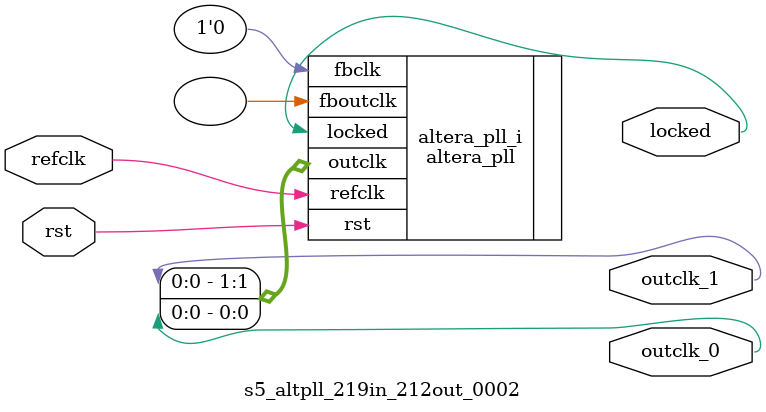
<source format=v>
`timescale 1ns/10ps
module  s5_altpll_219in_212out_0002(

	// interface 'refclk'
	input wire refclk,

	// interface 'reset'
	input wire rst,

	// interface 'outclk0'
	output wire outclk_0,

	// interface 'outclk1'
	output wire outclk_1,

	// interface 'locked'
	output wire locked
);

	altera_pll #(
		.fractional_vco_multiplier("true"),
		.reference_clock_frequency("219.140625 MHz"),
		.operation_mode("normal"),
		.number_of_clocks(2),
		.output_clock_frequency0("212.500000 MHz"),
		.phase_shift0("0 ps"),
		.duty_cycle0(50),
		.output_clock_frequency1("106.250000 MHz"),
		.phase_shift1("0 ps"),
		.duty_cycle1(50),
		.output_clock_frequency2("0 MHz"),
		.phase_shift2("0 ps"),
		.duty_cycle2(50),
		.output_clock_frequency3("0 MHz"),
		.phase_shift3("0 ps"),
		.duty_cycle3(50),
		.output_clock_frequency4("0 MHz"),
		.phase_shift4("0 ps"),
		.duty_cycle4(50),
		.output_clock_frequency5("0 MHz"),
		.phase_shift5("0 ps"),
		.duty_cycle5(50),
		.output_clock_frequency6("0 MHz"),
		.phase_shift6("0 ps"),
		.duty_cycle6(50),
		.output_clock_frequency7("0 MHz"),
		.phase_shift7("0 ps"),
		.duty_cycle7(50),
		.output_clock_frequency8("0 MHz"),
		.phase_shift8("0 ps"),
		.duty_cycle8(50),
		.output_clock_frequency9("0 MHz"),
		.phase_shift9("0 ps"),
		.duty_cycle9(50),
		.output_clock_frequency10("0 MHz"),
		.phase_shift10("0 ps"),
		.duty_cycle10(50),
		.output_clock_frequency11("0 MHz"),
		.phase_shift11("0 ps"),
		.duty_cycle11(50),
		.output_clock_frequency12("0 MHz"),
		.phase_shift12("0 ps"),
		.duty_cycle12(50),
		.output_clock_frequency13("0 MHz"),
		.phase_shift13("0 ps"),
		.duty_cycle13(50),
		.output_clock_frequency14("0 MHz"),
		.phase_shift14("0 ps"),
		.duty_cycle14(50),
		.output_clock_frequency15("0 MHz"),
		.phase_shift15("0 ps"),
		.duty_cycle15(50),
		.output_clock_frequency16("0 MHz"),
		.phase_shift16("0 ps"),
		.duty_cycle16(50),
		.output_clock_frequency17("0 MHz"),
		.phase_shift17("0 ps"),
		.duty_cycle17(50),
		.pll_type("General"),
		.pll_subtype("General")
	) altera_pll_i (
		.rst	(rst),
		.outclk	({outclk_1, outclk_0}),
		.locked	(locked),
		.fboutclk	( ),
		.fbclk	(1'b0),
		.refclk	(refclk)
	);
endmodule


</source>
